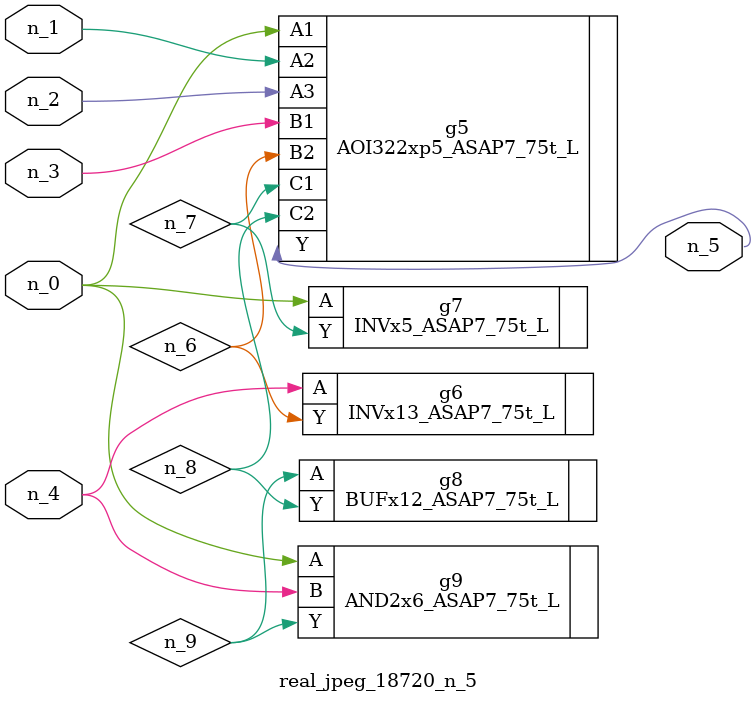
<source format=v>
module real_jpeg_18720_n_5 (n_4, n_0, n_1, n_2, n_3, n_5);

input n_4;
input n_0;
input n_1;
input n_2;
input n_3;

output n_5;

wire n_8;
wire n_6;
wire n_7;
wire n_9;

AOI322xp5_ASAP7_75t_L g5 ( 
.A1(n_0),
.A2(n_1),
.A3(n_2),
.B1(n_3),
.B2(n_6),
.C1(n_7),
.C2(n_8),
.Y(n_5)
);

INVx5_ASAP7_75t_L g7 ( 
.A(n_0),
.Y(n_7)
);

AND2x6_ASAP7_75t_L g9 ( 
.A(n_0),
.B(n_4),
.Y(n_9)
);

INVx13_ASAP7_75t_L g6 ( 
.A(n_4),
.Y(n_6)
);

BUFx12_ASAP7_75t_L g8 ( 
.A(n_9),
.Y(n_8)
);


endmodule
</source>
